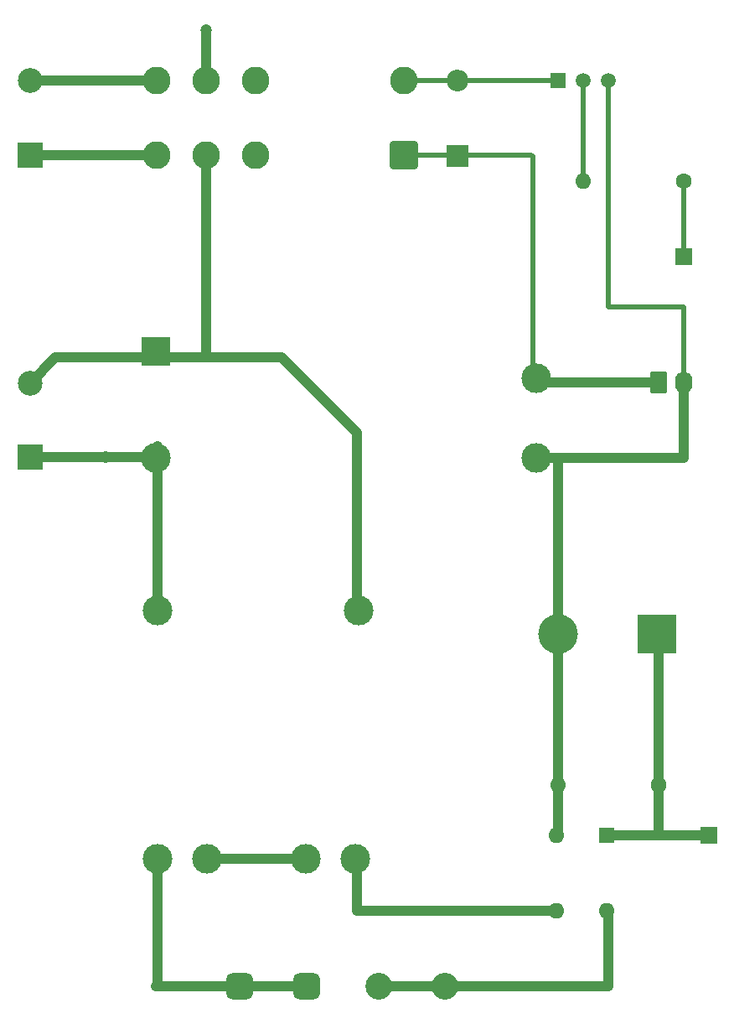
<source format=gbr>
%TF.GenerationSoftware,KiCad,Pcbnew,8.0.6*%
%TF.CreationDate,2025-01-21T14:29:15+01:00*%
%TF.ProjectId,Stromversorgung,5374726f-6d76-4657-9273-6f7267756e67,rev?*%
%TF.SameCoordinates,Original*%
%TF.FileFunction,Copper,L2,Bot*%
%TF.FilePolarity,Positive*%
%FSLAX46Y46*%
G04 Gerber Fmt 4.6, Leading zero omitted, Abs format (unit mm)*
G04 Created by KiCad (PCBNEW 8.0.6) date 2025-01-21 14:29:15*
%MOMM*%
%LPD*%
G01*
G04 APERTURE LIST*
G04 Aperture macros list*
%AMRoundRect*
0 Rectangle with rounded corners*
0 $1 Rounding radius*
0 $2 $3 $4 $5 $6 $7 $8 $9 X,Y pos of 4 corners*
0 Add a 4 corners polygon primitive as box body*
4,1,4,$2,$3,$4,$5,$6,$7,$8,$9,$2,$3,0*
0 Add four circle primitives for the rounded corners*
1,1,$1+$1,$2,$3*
1,1,$1+$1,$4,$5*
1,1,$1+$1,$6,$7*
1,1,$1+$1,$8,$9*
0 Add four rect primitives between the rounded corners*
20,1,$1+$1,$2,$3,$4,$5,0*
20,1,$1+$1,$4,$5,$6,$7,0*
20,1,$1+$1,$6,$7,$8,$9,0*
20,1,$1+$1,$8,$9,$2,$3,0*%
G04 Aperture macros list end*
%TA.AperFunction,ComponentPad*%
%ADD10C,3.000000*%
%TD*%
%TA.AperFunction,ComponentPad*%
%ADD11RoundRect,0.675000X-0.675000X-0.675000X0.675000X-0.675000X0.675000X0.675000X-0.675000X0.675000X0*%
%TD*%
%TA.AperFunction,ComponentPad*%
%ADD12C,2.700000*%
%TD*%
%TA.AperFunction,ComponentPad*%
%ADD13RoundRect,0.250000X-0.620000X-0.845000X0.620000X-0.845000X0.620000X0.845000X-0.620000X0.845000X0*%
%TD*%
%TA.AperFunction,ComponentPad*%
%ADD14O,1.740000X2.190000*%
%TD*%
%TA.AperFunction,ComponentPad*%
%ADD15R,1.700000X1.700000*%
%TD*%
%TA.AperFunction,ComponentPad*%
%ADD16C,1.600000*%
%TD*%
%TA.AperFunction,ComponentPad*%
%ADD17O,1.600000X1.600000*%
%TD*%
%TA.AperFunction,ComponentPad*%
%ADD18R,1.600000X1.600000*%
%TD*%
%TA.AperFunction,ComponentPad*%
%ADD19R,1.500000X1.500000*%
%TD*%
%TA.AperFunction,ComponentPad*%
%ADD20C,1.500000*%
%TD*%
%TA.AperFunction,ComponentPad*%
%ADD21R,2.500000X2.500000*%
%TD*%
%TA.AperFunction,ComponentPad*%
%ADD22C,2.500000*%
%TD*%
%TA.AperFunction,ComponentPad*%
%ADD23C,2.800000*%
%TD*%
%TA.AperFunction,ComponentPad*%
%ADD24RoundRect,0.250000X1.150000X1.150000X-1.150000X1.150000X-1.150000X-1.150000X1.150000X-1.150000X0*%
%TD*%
%TA.AperFunction,ComponentPad*%
%ADD25R,3.000000X3.000000*%
%TD*%
%TA.AperFunction,ComponentPad*%
%ADD26R,4.000000X4.000000*%
%TD*%
%TA.AperFunction,ComponentPad*%
%ADD27C,4.000000*%
%TD*%
%TA.AperFunction,ComponentPad*%
%ADD28R,2.200000X2.200000*%
%TD*%
%TA.AperFunction,ComponentPad*%
%ADD29O,2.200000X2.200000*%
%TD*%
%TA.AperFunction,ViaPad*%
%ADD30C,1.200000*%
%TD*%
%TA.AperFunction,Conductor*%
%ADD31C,1.000000*%
%TD*%
%TA.AperFunction,Conductor*%
%ADD32C,0.500000*%
%TD*%
G04 APERTURE END LIST*
D10*
%TO.P,T1,1,AA*%
%TO.N,Net-(J1-Pin_1)*%
X86520000Y-96720000D03*
%TO.P,T1,2,AB*%
%TO.N,Net-(J1-Pin_2)*%
X106840000Y-96720000D03*
%TO.P,T1,3,SA*%
%TO.N,Net-(T1-SA)*%
X106520000Y-121720000D03*
%TO.P,T1,4,SB*%
%TO.N,Net-(T1-SB)*%
X101520000Y-121720000D03*
%TO.P,T1,5,SC*%
X91520000Y-121720000D03*
%TO.P,T1,6,SD*%
%TO.N,Net-(T1-SD)*%
X86520000Y-121720000D03*
%TD*%
D11*
%TO.P,F1,1*%
%TO.N,Net-(T1-SD)*%
X94840000Y-134620000D03*
X101600000Y-134620000D03*
D12*
%TO.P,F1,2*%
%TO.N,Net-(D2-Pad4)*%
X108880000Y-134620000D03*
X115640000Y-134620000D03*
%TD*%
D13*
%TO.P,J3,1,Pin_1*%
%TO.N,+5V*%
X137160000Y-73660000D03*
D14*
%TO.P,J3,2,Pin_2*%
%TO.N,GNDD*%
X139700000Y-73660000D03*
%TD*%
D15*
%TO.P,J2,1,Pin_1*%
%TO.N,Net-(J2-Pin_1)*%
X139700000Y-60960000D03*
%TD*%
D16*
%TO.P,R2,1*%
%TO.N,Net-(D2-+)*%
X137160000Y-114300000D03*
D17*
%TO.P,R2,2*%
%TO.N,GNDD*%
X127000000Y-114300000D03*
%TD*%
D18*
%TO.P,D2,1,+*%
%TO.N,Net-(D2-+)*%
X131940000Y-119380000D03*
D17*
%TO.P,D2,2,-*%
%TO.N,GNDD*%
X126860000Y-119380000D03*
%TO.P,D2,3*%
%TO.N,Net-(T1-SA)*%
X126860000Y-127000000D03*
%TO.P,D2,4*%
%TO.N,Net-(D2-Pad4)*%
X131940000Y-127000000D03*
%TD*%
D19*
%TO.P,Q1,1,C*%
%TO.N,Net-(D1-A)*%
X127000000Y-43180000D03*
D20*
%TO.P,Q1,2,B*%
%TO.N,Net-(Q1-B)*%
X129540000Y-43180000D03*
%TO.P,Q1,3,E*%
%TO.N,GNDD*%
X132080000Y-43180000D03*
%TD*%
D21*
%TO.P,J4,1,Pin_1*%
%TO.N,Net-(J4-Pin_1)*%
X73660000Y-50680000D03*
D22*
%TO.P,J4,2,Pin_2*%
%TO.N,Net-(J4-Pin_2)*%
X73660000Y-43180000D03*
%TD*%
D15*
%TO.P,J5,1,Pin_1*%
%TO.N,Net-(D2-+)*%
X142240000Y-119380000D03*
%TD*%
D21*
%TO.P,J1,1,Pin_1*%
%TO.N,Net-(J1-Pin_1)*%
X73660000Y-81220000D03*
D22*
%TO.P,J1,2,Pin_2*%
%TO.N,Net-(J1-Pin_2)*%
X73660000Y-73720000D03*
%TD*%
D16*
%TO.P,R1,1*%
%TO.N,Net-(J2-Pin_1)*%
X139700000Y-53340000D03*
D17*
%TO.P,R1,2*%
%TO.N,Net-(Q1-B)*%
X129540000Y-53340000D03*
%TD*%
D23*
%TO.P,K1,11*%
%TO.N,Net-(J1-Pin_2)*%
X91440000Y-50680000D03*
%TO.P,K1,12*%
%TO.N,unconnected-(K1-Pad12)*%
X96440000Y-50680000D03*
%TO.P,K1,14*%
%TO.N,Net-(J4-Pin_1)*%
X86440000Y-50680000D03*
%TO.P,K1,21*%
%TO.N,Net-(J1-Pin_1)*%
X91440000Y-43180000D03*
%TO.P,K1,22*%
%TO.N,unconnected-(K1-Pad22)*%
X96440000Y-43180000D03*
%TO.P,K1,24*%
%TO.N,Net-(J4-Pin_2)*%
X86440000Y-43180000D03*
D24*
%TO.P,K1,A1*%
%TO.N,+5V*%
X111440000Y-50680000D03*
D23*
%TO.P,K1,A2*%
%TO.N,Net-(D1-A)*%
X111440000Y-43180000D03*
%TD*%
D25*
%TO.P,PS1,1,AC/N*%
%TO.N,Net-(J1-Pin_2)*%
X86360000Y-70530000D03*
D10*
%TO.P,PS1,2,AC/L*%
%TO.N,Net-(J1-Pin_1)*%
X86360000Y-81280000D03*
%TO.P,PS1,3,-Vo*%
%TO.N,GNDD*%
X124860000Y-81280000D03*
%TO.P,PS1,4,+Vo*%
%TO.N,+5V*%
X124860000Y-73280000D03*
%TD*%
D26*
%TO.P,C1,1*%
%TO.N,Net-(D2-+)*%
X137000000Y-99060000D03*
D27*
%TO.P,C1,2*%
%TO.N,GNDD*%
X127000000Y-99060000D03*
%TD*%
D28*
%TO.P,D1,1,K*%
%TO.N,+5V*%
X116840000Y-50800000D03*
D29*
%TO.P,D1,2,A*%
%TO.N,Net-(D1-A)*%
X116840000Y-43180000D03*
%TD*%
D30*
%TO.N,Net-(J1-Pin_1)*%
X91440000Y-38100000D03*
X81280000Y-81220000D03*
%TD*%
D31*
%TO.N,Net-(T1-SA)*%
X106520000Y-121720000D02*
X106680000Y-121880000D01*
X106680000Y-121880000D02*
X106680000Y-127000000D01*
X106680000Y-127000000D02*
X126860000Y-127000000D01*
%TO.N,Net-(D2-+)*%
X137000000Y-99060000D02*
X137160000Y-99220000D01*
X137160000Y-99220000D02*
X137160000Y-119380000D01*
X142240000Y-119380000D02*
X131940000Y-119380000D01*
%TO.N,Net-(D2-Pad4)*%
X108880000Y-134620000D02*
X132080000Y-134620000D01*
X132080000Y-127140000D02*
X131940000Y-127000000D01*
X132080000Y-134620000D02*
X132080000Y-127140000D01*
%TO.N,Net-(J1-Pin_1)*%
X81280000Y-81220000D02*
X86300000Y-81220000D01*
X91440000Y-38100000D02*
X91440000Y-43180000D01*
X73660000Y-81220000D02*
X81280000Y-81220000D01*
D32*
X86300000Y-81220000D02*
X86360000Y-81280000D01*
D31*
X86520000Y-96720000D02*
X86520000Y-80110000D01*
%TO.N,GNDD*%
X127000000Y-99060000D02*
X127000000Y-81280000D01*
X127000000Y-81280000D02*
X139700000Y-81280000D01*
X127000000Y-81280000D02*
X124860000Y-81280000D01*
X127000000Y-99060000D02*
X127000000Y-119380000D01*
D32*
X139700000Y-66040000D02*
X139700000Y-73660000D01*
X139700000Y-66040000D02*
X132080000Y-66040000D01*
X132080000Y-66040000D02*
X132080000Y-43180000D01*
D31*
X139700000Y-73660000D02*
X139700000Y-81280000D01*
%TO.N,+5V*%
X124460000Y-72880000D02*
X124860000Y-73280000D01*
X125240000Y-73660000D02*
X124860000Y-73280000D01*
X137160000Y-73660000D02*
X125240000Y-73660000D01*
D32*
X111440000Y-50680000D02*
X124340000Y-50680000D01*
X124460000Y-50800000D02*
X124460000Y-72880000D01*
%TO.N,Net-(D1-A)*%
X111440000Y-43180000D02*
X127000000Y-43180000D01*
%TO.N,Net-(Q1-B)*%
X129540000Y-43180000D02*
X129540000Y-53340000D01*
D31*
%TO.N,Net-(T1-SB)*%
X91520000Y-121720000D02*
X101520000Y-121720000D01*
%TO.N,Net-(J4-Pin_1)*%
X73660000Y-50680000D02*
X86440000Y-50680000D01*
%TO.N,Net-(T1-SD)*%
X86520000Y-134460000D02*
X86360000Y-134620000D01*
X86520000Y-121720000D02*
X86520000Y-134460000D01*
X86360000Y-134620000D02*
X101600000Y-134620000D01*
%TO.N,Net-(J1-Pin_2)*%
X73660000Y-73720000D02*
X76260000Y-71120000D01*
D32*
X85770000Y-71120000D02*
X86360000Y-70530000D01*
D31*
X83820000Y-71120000D02*
X85770000Y-71120000D01*
D32*
X106680000Y-96560000D02*
X106840000Y-96720000D01*
D31*
X106680000Y-78740000D02*
X106680000Y-96560000D01*
X76260000Y-71120000D02*
X83820000Y-71120000D01*
X99060000Y-71120000D02*
X106680000Y-78740000D01*
X88900000Y-71120000D02*
X91440000Y-71120000D01*
D32*
X86360000Y-70530000D02*
X86950000Y-71120000D01*
D31*
X91440000Y-50680000D02*
X91440000Y-71120000D01*
X86950000Y-71120000D02*
X88900000Y-71120000D01*
X83820000Y-71120000D02*
X88900000Y-71120000D01*
X91440000Y-71120000D02*
X99060000Y-71120000D01*
D32*
%TO.N,Net-(J2-Pin_1)*%
X139700000Y-53340000D02*
X139700000Y-60960000D01*
D31*
%TO.N,Net-(J4-Pin_2)*%
X73660000Y-43180000D02*
X86440000Y-43180000D01*
%TD*%
M02*

</source>
